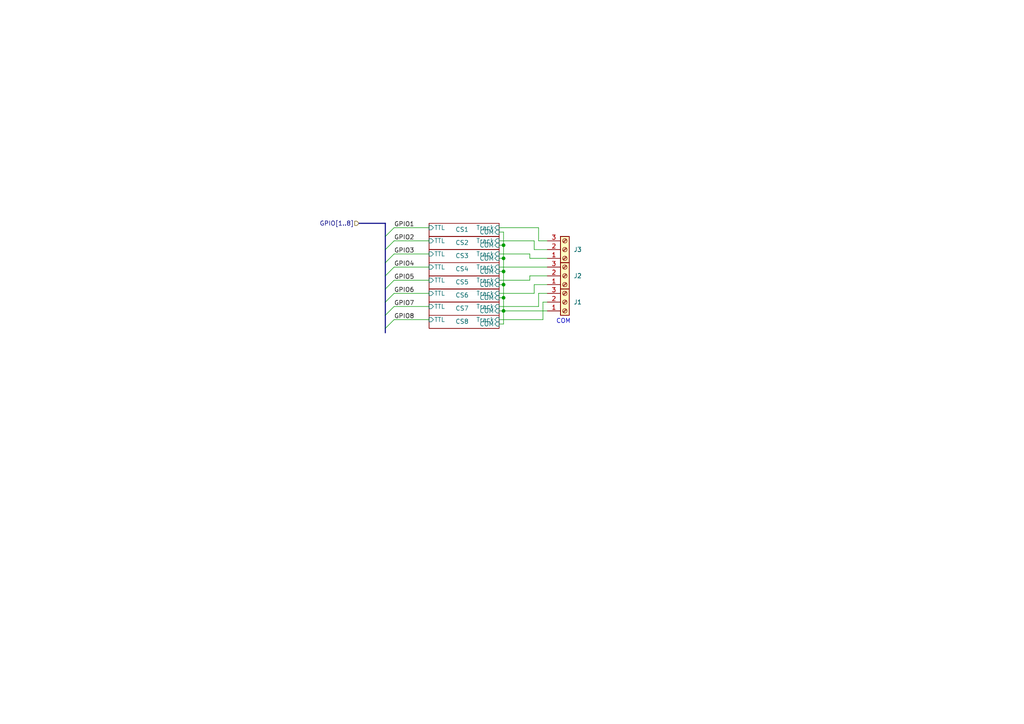
<source format=kicad_sch>
(kicad_sch (version 20230121) (generator eeschema)
  (paper "A4")
  (lib_symbols
    (symbol "Connector:Screw_Terminal_01x03" (pin_names (offset 1.016) hide)
      (property "Reference" "J" (at 0 5.08 0))
      (property "Value" "Screw_Terminal_01x03" (at 0 -5.08 0))
      (symbol "Screw_Terminal_01x03_1_1"
        (rectangle (start -1.27 3.81) (end 1.27 -3.81) (stroke (width 0.254)) (fill (type background)))
        (circle (center 0 -2.54) (radius 0.635) (stroke (width 0.1524)))
        (polyline (pts (xy -0.5334 -2.2098) (xy 0.3302 -3.048)) (stroke (width 0.1524)))
        (polyline (pts (xy -0.5334 0.3302) (xy 0.3302 -0.508)) (stroke (width 0.1524)))
        (polyline (pts (xy -0.5334 2.8702) (xy 0.3302 2.032)) (stroke (width 0.1524)))
        (polyline (pts (xy -0.3556 -2.032) (xy 0.508 -2.8702)) (stroke (width 0.1524)))
        (polyline (pts (xy -0.3556 0.508) (xy 0.508 -0.3302)) (stroke (width 0.1524)))
        (polyline (pts (xy -0.3556 3.048) (xy 0.508 2.2098)) (stroke (width 0.1524)))
        (circle (center 0 0) (radius 0.635) (stroke (width 0.1524)))
        (circle (center 0 2.54) (radius 0.635) (stroke (width 0.1524)))
        (pin passive line (at -5.08 2.54 0) (length 3.81) (name "Pin_1") (number "1"))
        (pin passive line (at -5.08 0 0) (length 3.81) (name "Pin_2") (number "2"))
        (pin passive line (at -5.08 -2.54 0) (length 3.81) (name "Pin_3") (number "3"))
      )
    )
  )
  (junction (at 146.05 78.74))
  (junction (at 146.05 86.36))
  (junction (at 146.05 71.12))
  (junction (at 146.05 74.93))
  (junction (at 146.05 90.17))
  (junction (at 146.05 82.55))
  (bus_entry (at 114.3 85.09) (size -2.54 2.54))
  (bus_entry (at 114.3 77.47) (size -2.54 2.54))
  (bus_entry (at 114.3 66.04) (size -2.54 2.54))
  (bus_entry (at 114.3 88.9) (size -2.54 2.54))
  (bus_entry (at 114.3 92.71) (size -2.54 2.54))
  (bus_entry (at 114.3 81.28) (size -2.54 2.54))
  (bus_entry (at 114.3 69.85) (size -2.54 2.54))
  (bus_entry (at 114.3 73.66) (size -2.54 2.54))
  (wire (pts (xy 144.78 73.66) (xy 153.67 73.66)))
  (wire (pts (xy 146.05 90.17) (xy 158.75 90.17)))
  (wire (pts (xy 146.05 71.12) (xy 146.05 74.93)))
  (wire (pts (xy 124.46 85.09) (xy 114.3 85.09)))
  (wire (pts (xy 146.05 86.36) (xy 146.05 90.17)))
  (wire (pts (xy 156.21 85.09) (xy 158.75 85.09)))
  (wire (pts (xy 153.67 74.93) (xy 158.75 74.93)))
  (wire (pts (xy 156.21 66.04) (xy 156.21 69.85)))
  (wire (pts (xy 124.46 88.9) (xy 114.3 88.9)))
  (wire (pts (xy 146.05 74.93) (xy 144.78 74.93)))
  (wire (pts (xy 146.05 71.12) (xy 144.78 71.12)))
  (wire (pts (xy 156.21 69.85) (xy 158.75 69.85)))
  (wire (pts (xy 124.46 73.66) (xy 114.3 73.66)))
  (bus (pts (xy 111.76 76.2) (xy 111.76 80.01)))
  (bus (pts (xy 111.76 68.58) (xy 111.76 72.39)))
  (wire (pts (xy 146.05 74.93) (xy 146.05 78.74)))
  (wire (pts (xy 153.67 73.66) (xy 153.67 74.93)))
  (wire (pts (xy 144.78 69.85) (xy 154.94 69.85)))
  (bus (pts (xy 111.76 64.77) (xy 111.76 68.58)))
  (wire (pts (xy 146.05 86.36) (xy 144.78 86.36)))
  (bus (pts (xy 111.76 64.77) (xy 104.14 64.77)))
  (wire (pts (xy 144.78 77.47) (xy 158.75 77.47)))
  (wire (pts (xy 157.48 92.71) (xy 157.48 87.63)))
  (bus (pts (xy 111.76 87.63) (xy 111.76 91.44)))
  (wire (pts (xy 144.78 67.31) (xy 146.05 67.31)))
  (wire (pts (xy 146.05 82.55) (xy 146.05 86.36)))
  (wire (pts (xy 144.78 66.04) (xy 156.21 66.04)))
  (wire (pts (xy 153.67 81.28) (xy 153.67 80.01)))
  (wire (pts (xy 156.21 88.9) (xy 156.21 85.09)))
  (wire (pts (xy 146.05 90.17) (xy 144.78 90.17)))
  (wire (pts (xy 124.46 69.85) (xy 114.3 69.85)))
  (wire (pts (xy 154.94 82.55) (xy 158.75 82.55)))
  (wire (pts (xy 124.46 81.28) (xy 114.3 81.28)))
  (bus (pts (xy 111.76 72.39) (xy 111.76 76.2)))
  (wire (pts (xy 124.46 66.04) (xy 114.3 66.04)))
  (wire (pts (xy 144.78 88.9) (xy 156.21 88.9)))
  (wire (pts (xy 154.94 69.85) (xy 154.94 72.39)))
  (wire (pts (xy 154.94 85.09) (xy 154.94 82.55)))
  (bus (pts (xy 111.76 83.82) (xy 111.76 87.63)))
  (wire (pts (xy 146.05 90.17) (xy 146.05 93.98)))
  (wire (pts (xy 124.46 92.71) (xy 114.3 92.71)))
  (wire (pts (xy 124.46 77.47) (xy 114.3 77.47)))
  (wire (pts (xy 154.94 72.39) (xy 158.75 72.39)))
  (wire (pts (xy 146.05 67.31) (xy 146.05 71.12)))
  (wire (pts (xy 144.78 92.71) (xy 157.48 92.71)))
  (wire (pts (xy 144.78 81.28) (xy 153.67 81.28)))
  (wire (pts (xy 144.78 85.09) (xy 154.94 85.09)))
  (bus (pts (xy 111.76 91.44) (xy 111.76 95.25)))
  (bus (pts (xy 111.76 95.25) (xy 111.76 96.52)))
  (wire (pts (xy 153.67 80.01) (xy 158.75 80.01)))
  (wire (pts (xy 157.48 87.63) (xy 158.75 87.63)))
  (bus (pts (xy 111.76 80.01) (xy 111.76 83.82)))
  (wire (pts (xy 146.05 82.55) (xy 144.78 82.55)))
  (wire (pts (xy 146.05 93.98) (xy 144.78 93.98)))
  (wire (pts (xy 146.05 78.74) (xy 146.05 82.55)))
  (wire (pts (xy 146.05 78.74) (xy 144.78 78.74)))
  (text "COM" (at 161.29 93.98 0) (effects (font (size 1.27 1.27)) (justify left bottom)))
  (label "GPIO6" (at 114.3 85.09 0))
  (label "GPIO1" (at 114.3 66.04 0))
  (label "GPIO3" (at 114.3 73.66 0))
  (label "GPIO2" (at 114.3 69.85 0))
  (label "GPIO8" (at 114.3 92.71 0))
  (label "GPIO4" (at 114.3 77.47 0))
  (label "GPIO7" (at 114.3 88.9 0))
  (label "GPIO5" (at 114.3 81.28 0))
  (hierarchical_label "GPIO[1..8]" (shape input) (at 104.14 64.77 180))
  (symbol (lib_id "Connector:Screw_Terminal_01x03") (at 163.83 72.39 0) (mirror x) (unit 1)
    (property "Reference" "J3" (at 166.37 72.39 0) (effects (justify left)))
    (property "Value" "Screw_Terminal_01x03" (effects hide))
    (property "Footprint" "TerminalBlock_Phoenix:TerminalBlock_Phoenix_MKDS-1,5-3-5.08_1x03_P5.08mm_Horizontal" (effects hide))
    (property "JLCPCB Part#" "C557666" (effects hide))
    (instances (project "OccupancyDecoder" (path "" (reference "J3") (unit 1)) (path "" (reference "J6") (unit 1))) (project "OS-S88n" (path "" (reference "J101") (unit 1))))
  )
  (symbol (lib_id "Connector:Screw_Terminal_01x03") (at 163.83 80.01 0) (mirror x) (unit 1)
    (property "Reference" "J2" (at 166.37 80.01 0) (effects (justify left)))
    (property "Value" "Screw_Terminal_01x03" (effects hide))
    (property "Footprint" "TerminalBlock_Phoenix:TerminalBlock_Phoenix_MKDS-1,5-3-5.08_1x03_P5.08mm_Horizontal" (effects hide))
    (property "JLCPCB Part#" "C557666" (effects hide))
    (instances (project "OccupancyDecoder" (path "" (reference "J2") (unit 1)) (path "" (reference "J5") (unit 1))) (project "OS-S88n" (path "" (reference "J101") (unit 1))))
  )
  (symbol (lib_id "Connector:Screw_Terminal_01x03") (at 163.83 87.63 0) (mirror x) (unit 1)
    (property "Reference" "J1" (at 166.37 87.63 0) (effects (justify left)))
    (property "Value" "Screw_Terminal_01x03" (effects hide))
    (property "Footprint" "TerminalBlock_Phoenix:TerminalBlock_Phoenix_MKDS-1,5-3-5.08_1x03_P5.08mm_Horizontal" (effects hide))
    (property "JLCPCB Part#" "C557666" (effects hide))
    (instances (project "OccupancyDecoder" (path "" (reference "J1") (unit 1)) (path "" (reference "J4") (unit 1))) (project "OS-S88n" (path "" (reference "J101") (unit 1))))
  )
  (sheet (at 124.46 76.2) (size 20.32 3.81) (stroke (width 0.1524))
    (property "Sheetname" "CS4" (at 132.08 78.74 0) (effects (justify left bottom)))
    (property "Sheetfile" "currentSense.kicad_sch" (effects hide))
    (pin "Track" input (at 144.78 77.47 0))
    (pin "COM" input (at 144.78 78.74 0))
    (pin "TTL" input (at 124.46 77.47 180))
  )
  (sheet (at 124.46 72.39) (size 20.32 3.81) (stroke (width 0.1524))
    (property "Sheetname" "CS3" (at 132.08 74.93 0) (effects (justify left bottom)))
    (property "Sheetfile" "currentSense.kicad_sch" (effects hide))
    (pin "Track" input (at 144.78 73.66 0))
    (pin "COM" input (at 144.78 74.93 0))
    (pin "TTL" input (at 124.46 73.66 180))
  )
  (sheet (at 124.46 83.82) (size 20.32 3.81) (stroke (width 0.1524))
    (property "Sheetname" "CS6" (at 132.08 86.36 0) (effects (justify left bottom)))
    (property "Sheetfile" "currentSense.kicad_sch" (effects hide))
    (pin "Track" input (at 144.78 85.09 0))
    (pin "COM" input (at 144.78 86.36 0))
    (pin "TTL" input (at 124.46 85.09 180))
  )
  (sheet (at 124.46 64.77) (size 20.32 3.81) (stroke (width 0.1524))
    (property "Sheetname" "CS1" (at 132.08 67.31 0) (effects (justify left bottom)))
    (property "Sheetfile" "currentSense.kicad_sch" (effects hide))
    (pin "Track" input (at 144.78 66.04 0))
    (pin "COM" input (at 144.78 67.31 0))
    (pin "TTL" input (at 124.46 66.04 180))
  )
  (sheet (at 124.46 87.63) (size 20.32 3.81) (stroke (width 0.1524))
    (property "Sheetname" "CS7" (at 132.08 90.17 0) (effects (justify left bottom)))
    (property "Sheetfile" "currentSense.kicad_sch" (effects hide))
    (pin "Track" input (at 144.78 88.9 0))
    (pin "COM" input (at 144.78 90.17 0))
    (pin "TTL" input (at 124.46 88.9 180))
  )
  (sheet (at 124.46 91.44) (size 20.32 3.81) (stroke (width 0.1524))
    (property "Sheetname" "CS8" (at 132.08 93.98 0) (effects (justify left bottom)))
    (property "Sheetfile" "currentSense.kicad_sch" (effects hide))
    (pin "Track" input (at 144.78 92.71 0))
    (pin "COM" input (at 144.78 93.98 0))
    (pin "TTL" input (at 124.46 92.71 180))
  )
  (sheet (at 124.46 80.01) (size 20.32 3.81) (stroke (width 0.1524))
    (property "Sheetname" "CS5" (at 132.08 82.55 0) (effects (justify left bottom)))
    (property "Sheetfile" "currentSense.kicad_sch" (effects hide))
    (pin "Track" input (at 144.78 81.28 0))
    (pin "COM" input (at 144.78 82.55 0))
    (pin "TTL" input (at 124.46 81.28 180))
  )
  (sheet (at 124.46 68.58) (size 20.32 3.81) (stroke (width 0.1524))
    (property "Sheetname" "CS2" (at 132.08 71.12 0) (effects (justify left bottom)))
    (property "Sheetfile" "currentSense.kicad_sch" (effects hide))
    (pin "Track" input (at 144.78 69.85 0))
    (pin "COM" input (at 144.78 71.12 0))
    (pin "TTL" input (at 124.46 69.85 180))
  )
)
</source>
